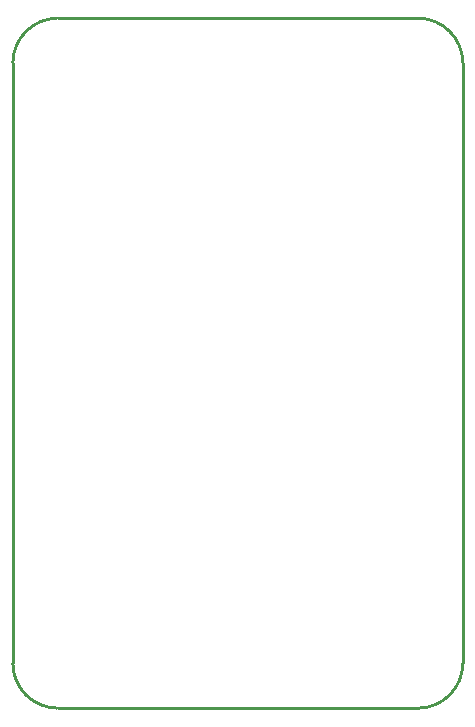
<source format=gm1>
G04 #@! TF.FileFunction,Profile,NP*
%FSLAX46Y46*%
G04 Gerber Fmt 4.6, Leading zero omitted, Abs format (unit mm)*
G04 Created by KiCad (PCBNEW 4.0.7) date 09/14/19 13:27:37*
%MOMM*%
%LPD*%
G01*
G04 APERTURE LIST*
%ADD10C,0.100000*%
%ADD11C,0.254000*%
G04 APERTURE END LIST*
D10*
D11*
X125730000Y-118110000D02*
X156210000Y-118110000D01*
X125730000Y-59690000D02*
X156210000Y-59690000D01*
X160020000Y-114300000D02*
X160020000Y-63500000D01*
X121920000Y-66040000D02*
X121920000Y-63500000D01*
X121920000Y-114300000D02*
X121920000Y-113030000D01*
X156210000Y-118110000D02*
G75*
G03X160020000Y-114300000I0J3810000D01*
G01*
X121920000Y-114300000D02*
G75*
G03X125730000Y-118110000I3810000J0D01*
G01*
X160020000Y-63500000D02*
G75*
G03X156210000Y-59690000I-3810000J0D01*
G01*
X125730000Y-59690000D02*
G75*
G03X121920000Y-63500000I0J-3810000D01*
G01*
X121920000Y-113030000D02*
X121920000Y-66040000D01*
M02*

</source>
